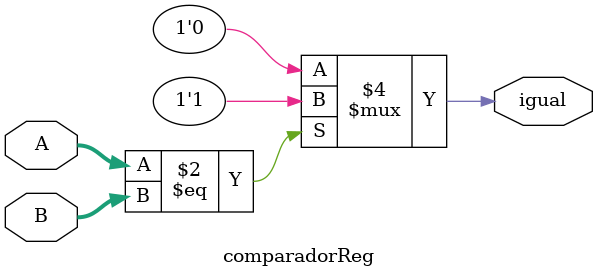
<source format=v>
`timescale 1ns / 1ps
module comparadorReg(
			input [31:0] A,B,
			output reg igual
    );

always @*
begin
	if(A == B)
		igual <= 1;
	else
		igual <= 0;
	
end
endmodule

</source>
